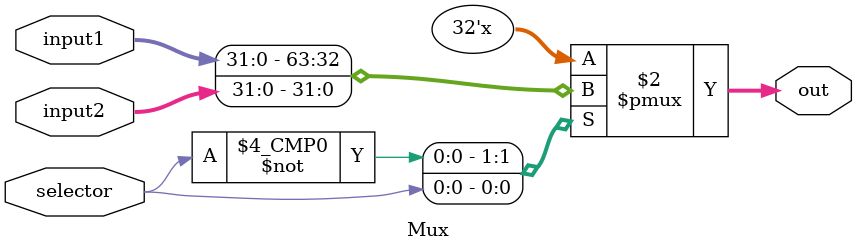
<source format=v>
module Mux 
#(parameter n=32)
(
input [n-1:0] input1, 
input [n-1:0] input2, 
input selector,
output reg [n-1:0] out
); 

always@(*)
begin
case(selector)
1'b0:out=input1;
1'b1:out=input2;
default:out=32'b0;
endcase
end
endmodule
</source>
